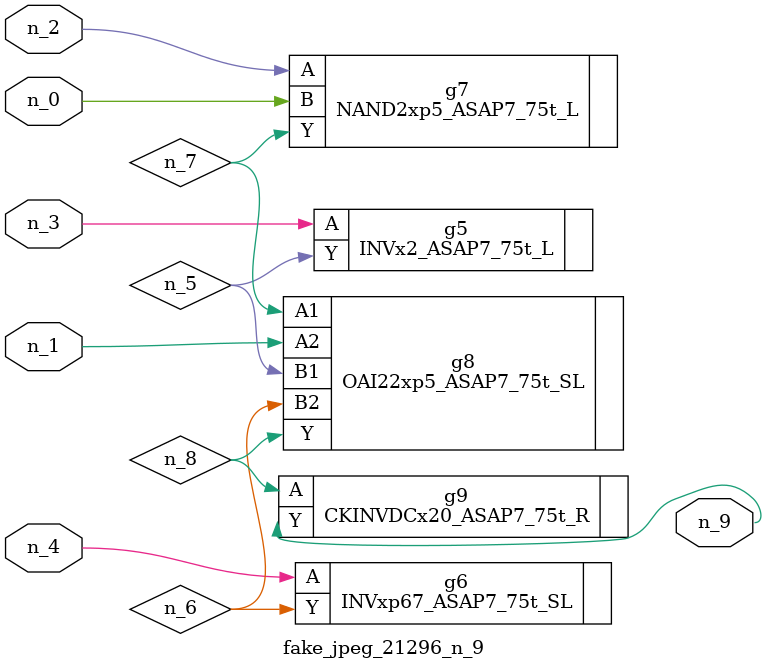
<source format=v>
module fake_jpeg_21296_n_9 (n_3, n_2, n_1, n_0, n_4, n_9);

input n_3;
input n_2;
input n_1;
input n_0;
input n_4;

output n_9;

wire n_8;
wire n_6;
wire n_5;
wire n_7;

INVx2_ASAP7_75t_L g5 ( 
.A(n_3),
.Y(n_5)
);

INVxp67_ASAP7_75t_SL g6 ( 
.A(n_4),
.Y(n_6)
);

NAND2xp5_ASAP7_75t_L g7 ( 
.A(n_2),
.B(n_0),
.Y(n_7)
);

OAI22xp5_ASAP7_75t_SL g8 ( 
.A1(n_7),
.A2(n_1),
.B1(n_5),
.B2(n_6),
.Y(n_8)
);

CKINVDCx20_ASAP7_75t_R g9 ( 
.A(n_8),
.Y(n_9)
);


endmodule
</source>
